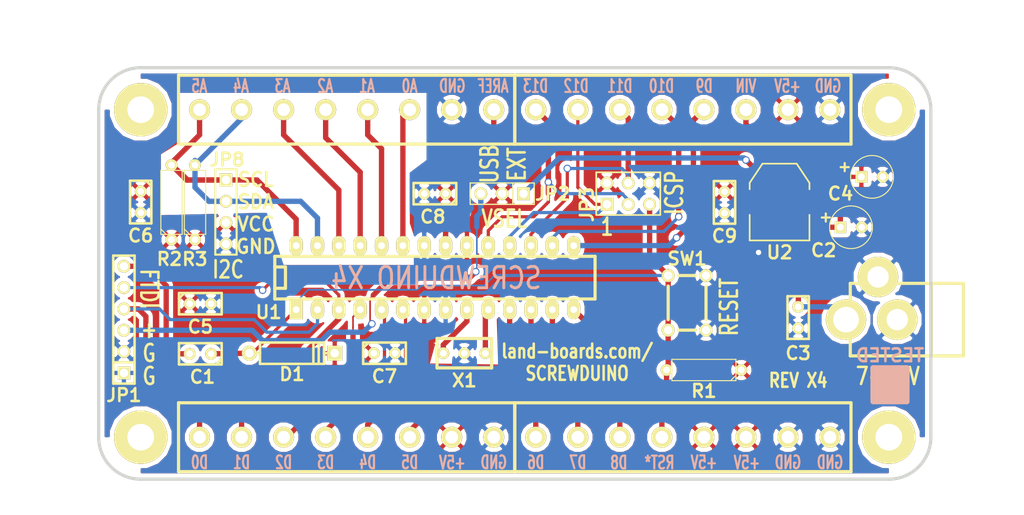
<source format=kicad_pcb>
(kicad_pcb (version 4) (host pcbnew "(after 2015-mar-04 BZR unknown)-product")
  (title_block (title "SCREWDUINO V2") (date "24 aug 2014"))
  (layers (0 Front power) (31 Back power) (36 B.SilkS user) (37 F.SilkS user) (38 B.Mask user) (39 F.Mask user) (44 Edge.Cuts user))
  (net 0 "")
  (net 1 +5V)
  (net 2 /AD0)
  (net 3 /AD1)
  (net 4 /AD2)
  (net 5 /AD3)
  (net 6 /AREF)
  (net 7 /CX1)
  (net 8 /CX2)
  (net 9 /D0)
  (net 10 /D1)
  (net 11 /D10)
  (net 12 /D11)
  (net 13 /D12)
  (net 14 /D13)
  (net 15 /D2)
  (net 16 /D3)
  (net 17 /D4)
  (net 18 /D5)
  (net 19 /D6)
  (net 20 /D7)
  (net 21 /D8)
  (net 22 /D9)
  (net 23 /DTR*)
  (net 24 /RST*)
  (net 25 /SCK)
  (net 26 /SDA)
  (net 27 /VIN)
  (net 28 /VUSB)
  (net 29 GND)
  (net 30 N-0000026)
  (module D4 (layer Front) (at 110.474 113.34)
    (fp_text reference D1 (at 0 2.5) (layer F.SilkS) (effects (font (thickness 0.3048))))
    (fp_text value 1N4001 hide)
    (pad 1 thru_hole circle (at -5.08 0) (size 1.778 1.778) (drill 1.016) (layers *.Cu *.Mask F.SilkS) (net 24 /RST*))
    (pad 2 thru_hole rect (at 5.08 0) (size 1.778 1.778) (drill 1.016) (layers *.Cu *.Mask F.SilkS) (net 1 +5V))
  )
  (module DIP-28__300_ELL (layer Front) (at 127.474 104.34)
    (fp_text reference U1 (at -19.778 4.118) (layer F.SilkS) (effects (font (thickness 0.3048))))
    (fp_text value ATMEGA328-P hide)
    (pad 2 thru_hole oval (at -13.97 3.81) (size 1.5748 2.286) (drill 0.8128) (layers *.Cu *.Mask F.SilkS) (net 9 /D0))
    (pad 3 thru_hole oval (at -11.43 3.81) (size 1.5748 2.286) (drill 0.8128) (layers *.Cu *.Mask F.SilkS) (net 10 /D1))
    (pad 4 thru_hole oval (at -8.89 3.81) (size 1.5748 2.286) (drill 0.8128) (layers *.Cu *.Mask F.SilkS) (net 15 /D2))
    (pad 5 thru_hole oval (at -6.35 3.81) (size 1.5748 2.286) (drill 0.8128) (layers *.Cu *.Mask F.SilkS) (net 16 /D3))
    (pad 6 thru_hole oval (at -3.81 3.81) (size 1.5748 2.286) (drill 0.8128) (layers *.Cu *.Mask F.SilkS) (net 17 /D4))
    (pad 7 thru_hole oval (at -1.27 3.81) (size 1.5748 2.286) (drill 0.8128) (layers *.Cu *.Mask F.SilkS) (net 1 +5V))
    (pad 8 thru_hole oval (at 1.27 3.81) (size 1.5748 2.286) (drill 0.8128) (layers *.Cu *.Mask F.SilkS) (net 29 GND))
    (pad 9 thru_hole oval (at 3.81 3.81) (size 1.5748 2.286) (drill 0.8128) (layers *.Cu *.Mask F.SilkS) (net 8 /CX2))
    (pad 10 thru_hole oval (at 6.35 3.81) (size 1.5748 2.286) (drill 0.8128) (layers *.Cu *.Mask F.SilkS) (net 7 /CX1))
    (pad 11 thru_hole oval (at 8.89 3.81) (size 1.5748 2.286) (drill 0.8128) (layers *.Cu *.Mask F.SilkS) (net 18 /D5))
    (pad 12 thru_hole oval (at 11.43 3.81) (size 1.5748 2.286) (drill 0.8128) (layers *.Cu *.Mask F.SilkS) (net 19 /D6))
    (pad 13 thru_hole oval (at 13.97 3.81) (size 1.5748 2.286) (drill 0.8128) (layers *.Cu *.Mask F.SilkS) (net 20 /D7))
    (pad 14 thru_hole oval (at 16.51 3.81) (size 1.5748 2.286) (drill 0.8128) (layers *.Cu *.Mask F.SilkS) (net 21 /D8))
    (pad 1 thru_hole rect (at -16.51 3.81) (size 1.5748 2.286) (drill 0.8128) (layers *.Cu *.Mask F.SilkS) (net 24 /RST*))
    (pad 15 thru_hole oval (at 16.51 -3.81) (size 1.5748 2.286) (drill 0.8128) (layers *.Cu *.Mask F.SilkS) (net 22 /D9))
    (pad 16 thru_hole oval (at 13.97 -3.81) (size 1.5748 2.286) (drill 0.8128) (layers *.Cu *.Mask F.SilkS) (net 11 /D10))
    (pad 17 thru_hole oval (at 11.43 -3.81) (size 1.5748 2.286) (drill 0.8128) (layers *.Cu *.Mask F.SilkS) (net 12 /D11))
    (pad 18 thru_hole oval (at 8.89 -3.81) (size 1.5748 2.286) (drill 0.8128) (layers *.Cu *.Mask F.SilkS) (net 13 /D12))
    (pad 19 thru_hole oval (at 6.35 -3.81) (size 1.5748 2.286) (drill 0.8128) (layers *.Cu *.Mask F.SilkS) (net 14 /D13))
    (pad 20 thru_hole oval (at 3.81 -3.81) (size 1.5748 2.286) (drill 0.8128) (layers *.Cu *.Mask F.SilkS) (net 1 +5V))
    (pad 21 thru_hole oval (at 1.27 -3.81) (size 1.5748 2.286) (drill 0.8128) (layers *.Cu *.Mask F.SilkS) (net 6 /AREF))
    (pad 22 thru_hole oval (at -1.27 -3.81) (size 1.5748 2.286) (drill 0.8128) (layers *.Cu *.Mask F.SilkS) (net 29 GND))
    (pad 23 thru_hole oval (at -3.81 -3.81) (size 1.5748 2.286) (drill 0.8128) (layers *.Cu *.Mask F.SilkS) (net 2 /AD0))
    (pad 24 thru_hole oval (at -6.35 -3.81) (size 1.5748 2.286) (drill 0.8128) (layers *.Cu *.Mask F.SilkS) (net 3 /AD1))
    (pad 25 thru_hole oval (at -8.89 -3.81) (size 1.5748 2.286) (drill 0.8128) (layers *.Cu *.Mask F.SilkS) (net 4 /AD2))
    (pad 26 thru_hole oval (at -11.43 -3.81) (size 1.5748 2.286) (drill 0.8128) (layers *.Cu *.Mask F.SilkS) (net 5 /AD3))
    (pad 27 thru_hole oval (at -13.97 -3.81) (size 1.5748 2.286) (drill 0.8128) (layers *.Cu *.Mask F.SilkS) (net 26 /SDA))
    (pad 28 thru_hole oval (at -16.51 -3.81) (size 1.5748 2.286) (drill 0.8128) (layers *.Cu *.Mask F.SilkS) (net 25 /SCK))
  )
  (module R3-5 (layer Front) (at 98.933 95.377 90)
    (fp_text reference R3 (at -6.768 -0.017 180) (layer F.SilkS) (effects (font (thickness 0.3048))))
    (fp_text value 10K hide)
    (pad 1 thru_hole circle (at -4.445 0 90) (size 1.397 1.397) (drill 0.8128) (layers *.Cu *.Mask F.SilkS) (net 1 +5V))
    (pad 2 thru_hole circle (at 4.445 0 90) (size 1.397 1.397) (drill 0.8128) (layers *.Cu *.Mask F.SilkS) (net 26 /SDA))
  )
  (module R3-5 (layer Front) (at 96.139 95.377 90)
    (fp_text reference R2 (at -6.75 -0.25 180) (layer F.SilkS) (effects (font (thickness 0.3048))))
    (fp_text value 10K hide)
    (pad 1 thru_hole circle (at -4.445 0 90) (size 1.397 1.397) (drill 0.8128) (layers *.Cu *.Mask F.SilkS) (net 1 +5V))
    (pad 2 thru_hole circle (at 4.445 0 90) (size 1.397 1.397) (drill 0.8128) (layers *.Cu *.Mask F.SilkS) (net 25 /SCK))
  )
  (module R3-5 (layer Front) (at 159.474 115.34 180)
    (fp_text reference R1 (at 0 -2.5 180) (layer F.SilkS) (effects (font (thickness 0.3048))))
    (fp_text value 10K hide)
    (pad 1 thru_hole circle (at -4.445 0 180) (size 1.397 1.397) (drill 0.8128) (layers *.Cu *.Mask F.SilkS) (net 1 +5V))
    (pad 2 thru_hole circle (at 4.445 0 180) (size 1.397 1.397) (drill 0.8128) (layers *.Cu *.Mask F.SilkS) (net 24 /RST*))
  )
  (module SOT223 (layer Front) (at 168.474 95.34)
    (fp_text reference U2 (at 0 6) (layer F.SilkS) (effects (font (thickness 0.3048))))
    (fp_text value AP1117 hide)
    (pad 4 smd rect (at 0 -3.302) (size 3.6576 2.032) (layers Front F.Mask) (net 30 N-0000026))
    (pad 2 smd rect (at 0 3.302) (size 1.016 2.032) (layers Front F.Mask) (net 30 N-0000026))
    (pad 3 smd rect (at 2.286 3.302) (size 1.016 2.032) (layers Front F.Mask) (net 27 /VIN))
    (pad 1 smd rect (at -2.286 3.302) (size 1.016 2.032) (layers Front F.Mask) (net 29 GND))
  )
  (module pin_array_3x2 (layer Front) (at 150.474 94.34)
    (fp_text reference JP3 (at -4.932 1.291 90) (layer F.SilkS) (effects (font (thickness 0.3048))))
    (fp_text value CONN_3X2 hide)
    (pad 1 thru_hole rect (at -2.54 1.27) (size 1.524 1.524) (drill 1.016) (layers *.Cu *.Mask F.SilkS) (net 13 /D12))
    (pad 2 thru_hole circle (at -2.54 -1.27) (size 1.524 1.524) (drill 1.016) (layers *.Cu *.Mask F.SilkS) (net 1 +5V))
    (pad 3 thru_hole circle (at 0 1.27) (size 1.524 1.524) (drill 1.016) (layers *.Cu *.Mask F.SilkS) (net 14 /D13))
    (pad 4 thru_hole circle (at 0 -1.27) (size 1.524 1.524) (drill 1.016) (layers *.Cu *.Mask F.SilkS) (net 12 /D11))
    (pad 5 thru_hole circle (at 2.54 1.27) (size 1.524 1.524) (drill 1.016) (layers *.Cu *.Mask F.SilkS) (net 24 /RST*))
    (pad 6 thru_hole circle (at 2.54 -1.27) (size 1.524 1.524) (drill 1.016) (layers *.Cu *.Mask F.SilkS) (net 29 GND))
  )
  (module C1V5 (layer Front) (at 179.474 92.34)
    (fp_text reference C4 (at -3.75 2) (layer F.SilkS) (effects (font (thickness 0.3048))))
    (fp_text value 10uF hide)
    (fp_text user + (at -3.25 -1.25) (layer F.SilkS) (effects (font (size 1.27 1.27) (thickness 0.254))))
    (pad 1 thru_hole rect (at -1.27 0) (size 1.397 1.397) (drill 0.8128) (layers *.Cu *.Mask F.SilkS) (net 1 +5V))
    (pad 2 thru_hole circle (at 1.27 0) (size 1.397 1.397) (drill 0.8128) (layers *.Cu *.Mask F.SilkS) (net 29 GND))
  )
  (module C1V5 (layer Front) (at 176.974 98.34)
    (fp_text reference C2 (at -3.25 2.75) (layer F.SilkS) (effects (font (thickness 0.3048))))
    (fp_text value 10uF hide)
    (fp_text user + (at -3 -1.25) (layer F.SilkS) (effects (font (size 1.27 1.27) (thickness 0.254))))
    (pad 1 thru_hole rect (at -1.27 0) (size 1.397 1.397) (drill 0.8128) (layers *.Cu *.Mask F.SilkS) (net 27 /VIN))
    (pad 2 thru_hole circle (at 1.27 0) (size 1.397 1.397) (drill 0.8128) (layers *.Cu *.Mask F.SilkS) (net 29 GND))
  )
  (module C1 (layer Front) (at 161.925 95.377 270)
    (fp_text reference C9 (at 4 0 360) (layer F.SilkS) (effects (font (thickness 0.3048))))
    (fp_text value 0.1uF hide)
    (pad 1 thru_hole circle (at -1.27 0 270) (size 1.397 1.397) (drill 0.8128) (layers *.Cu *.Mask F.SilkS) (net 1 +5V))
    (pad 2 thru_hole circle (at 1.27 0 270) (size 1.397 1.397) (drill 0.8128) (layers *.Cu *.Mask F.SilkS) (net 29 GND))
  )
  (module C1 (layer Front) (at 127.474 94.34 180)
    (fp_text reference C8 (at 0.25 -2.75 180) (layer F.SilkS) (effects (font (thickness 0.3048))))
    (fp_text value 0.1uF hide)
    (pad 1 thru_hole circle (at -1.27 0 180) (size 1.397 1.397) (drill 0.8128) (layers *.Cu *.Mask F.SilkS) (net 1 +5V))
    (pad 2 thru_hole circle (at 1.27 0 180) (size 1.397 1.397) (drill 0.8128) (layers *.Cu *.Mask F.SilkS) (net 29 GND))
  )
  (module C1 (layer Front) (at 99.568 113.411 180)
    (fp_text reference C1 (at -0.25 -2.75 180) (layer F.SilkS) (effects (font (thickness 0.3048))))
    (fp_text value 0.1uF hide)
    (pad 1 thru_hole circle (at -1.27 0 180) (size 1.397 1.397) (drill 0.8128) (layers *.Cu *.Mask F.SilkS) (net 24 /RST*))
    (pad 2 thru_hole circle (at 1.27 0 180) (size 1.397 1.397) (drill 0.8128) (layers *.Cu *.Mask F.SilkS) (net 23 /DTR*))
  )
  (module C1 (layer Front) (at 121.474 113.34)
    (fp_text reference C7 (at 0 2.75) (layer F.SilkS) (effects (font (thickness 0.3048))))
    (fp_text value 0.1uF hide)
    (pad 1 thru_hole circle (at -1.27 0) (size 1.397 1.397) (drill 0.8128) (layers *.Cu *.Mask F.SilkS) (net 1 +5V))
    (pad 2 thru_hole circle (at 1.27 0) (size 1.397 1.397) (drill 0.8128) (layers *.Cu *.Mask F.SilkS) (net 29 GND))
  )
  (module C1 (layer Front) (at 92.474 95.34 270)
    (fp_text reference C6 (at 4 0 360) (layer F.SilkS) (effects (font (thickness 0.3048))))
    (fp_text value 0.1uF hide)
    (pad 1 thru_hole circle (at -1.27 0 270) (size 1.397 1.397) (drill 0.8128) (layers *.Cu *.Mask F.SilkS) (net 1 +5V))
    (pad 2 thru_hole circle (at 1.27 0 270) (size 1.397 1.397) (drill 0.8128) (layers *.Cu *.Mask F.SilkS) (net 29 GND))
  )
  (module C1 (layer Front) (at 99.568 107.442)
    (fp_text reference C5 (at 0 2.75) (layer F.SilkS) (effects (font (thickness 0.3048))))
    (fp_text value 0.1uF hide)
    (pad 1 thru_hole circle (at -1.27 0) (size 1.397 1.397) (drill 0.8128) (layers *.Cu *.Mask F.SilkS) (net 1 +5V))
    (pad 2 thru_hole circle (at 1.27 0) (size 1.397 1.397) (drill 0.8128) (layers *.Cu *.Mask F.SilkS) (net 29 GND))
  )
  (module C1 (layer Front) (at 170.688 109.093 270)
    (fp_text reference C3 (at 4.25 0 360) (layer F.SilkS) (effects (font (thickness 0.3048))))
    (fp_text value 0,1uF hide)
    (pad 1 thru_hole circle (at -1.27 0 270) (size 1.397 1.397) (drill 0.8128) (layers *.Cu *.Mask F.SilkS) (net 27 /VIN))
    (pad 2 thru_hole circle (at 1.27 0 270) (size 1.397 1.397) (drill 0.8128) (layers *.Cu *.Mask F.SilkS) (net 29 GND))
  )
  (module TB8-5MM (layer Front) (at 134.474 123.34 180)
    (fp_text reference JP7 hide)
    (fp_text value CONN_8 hide)
    (pad 1 thru_hole circle (at 0 0 180) (size 2.49936 2.49936) (drill 1.50114) (layers *.Cu *.Mask F.SilkS) (net 29 GND))
    (pad 2 thru_hole circle (at 5.00126 0 180) (size 2.49936 2.49936) (drill 1.50114) (layers *.Cu *.Mask F.SilkS) (net 1 +5V))
    (pad 3 thru_hole circle (at 9.99998 0 180) (size 2.49936 2.49936) (drill 1.50114) (layers *.Cu *.Mask F.SilkS) (net 18 /D5))
    (pad 4 thru_hole circle (at 15.00124 0 180) (size 2.49936 2.49936) (drill 1.50114) (layers *.Cu *.Mask F.SilkS) (net 17 /D4))
    (pad 5 thru_hole circle (at 19.99996 0 180) (size 2.49936 2.49936) (drill 1.50114) (layers *.Cu *.Mask F.SilkS) (net 16 /D3))
    (pad 6 thru_hole circle (at 25.00122 0 180) (size 2.49936 2.49936) (drill 1.50114) (layers *.Cu *.Mask F.SilkS) (net 15 /D2))
    (pad 7 thru_hole circle (at 29.99994 0 180) (size 2.49936 2.49936) (drill 1.50114) (layers *.Cu *.Mask F.SilkS) (net 10 /D1))
    (pad 8 thru_hole circle (at 35.0012 0 180) (size 2.49936 2.49936) (drill 1.50114) (layers *.Cu *.Mask F.SilkS) (net 9 /D0))
  )
  (module TB8-5MM (layer Front) (at 139.474 84.34)
    (fp_text reference JP6 hide)
    (fp_text value CONN_8 hide)
    (pad 1 thru_hole circle (at 0 0) (size 2.49936 2.49936) (drill 1.50114) (layers *.Cu *.Mask F.SilkS) (net 14 /D13))
    (pad 2 thru_hole circle (at 5.00126 0) (size 2.49936 2.49936) (drill 1.50114) (layers *.Cu *.Mask F.SilkS) (net 13 /D12))
    (pad 3 thru_hole circle (at 9.99998 0) (size 2.49936 2.49936) (drill 1.50114) (layers *.Cu *.Mask F.SilkS) (net 12 /D11))
    (pad 4 thru_hole circle (at 15.00124 0) (size 2.49936 2.49936) (drill 1.50114) (layers *.Cu *.Mask F.SilkS) (net 11 /D10))
    (pad 5 thru_hole circle (at 19.99996 0) (size 2.49936 2.49936) (drill 1.50114) (layers *.Cu *.Mask F.SilkS) (net 22 /D9))
    (pad 6 thru_hole circle (at 25.00122 0) (size 2.49936 2.49936) (drill 1.50114) (layers *.Cu *.Mask F.SilkS) (net 27 /VIN))
    (pad 7 thru_hole circle (at 29.99994 0) (size 2.49936 2.49936) (drill 1.50114) (layers *.Cu *.Mask F.SilkS) (net 1 +5V))
    (pad 8 thru_hole circle (at 35.0012 0) (size 2.49936 2.49936) (drill 1.50114) (layers *.Cu *.Mask F.SilkS) (net 29 GND))
  )
  (module TB8-5MM (layer Front) (at 99.474 84.34)
    (fp_text reference JP5 hide)
    (fp_text value CONN_8 hide)
    (pad 1 thru_hole circle (at 0 0) (size 2.49936 2.49936) (drill 1.50114) (layers *.Cu *.Mask F.SilkS) (net 25 /SCK))
    (pad 2 thru_hole circle (at 5.00126 0) (size 2.49936 2.49936) (drill 1.50114) (layers *.Cu *.Mask F.SilkS) (net 26 /SDA))
    (pad 3 thru_hole circle (at 9.99998 0) (size 2.49936 2.49936) (drill 1.50114) (layers *.Cu *.Mask F.SilkS) (net 5 /AD3))
    (pad 4 thru_hole circle (at 15.00124 0) (size 2.49936 2.49936) (drill 1.50114) (layers *.Cu *.Mask F.SilkS) (net 4 /AD2))
    (pad 5 thru_hole circle (at 19.99996 0) (size 2.49936 2.49936) (drill 1.50114) (layers *.Cu *.Mask F.SilkS) (net 3 /AD1))
    (pad 6 thru_hole circle (at 25.00122 0) (size 2.49936 2.49936) (drill 1.50114) (layers *.Cu *.Mask F.SilkS) (net 2 /AD0))
    (pad 7 thru_hole circle (at 29.99994 0) (size 2.49936 2.49936) (drill 1.50114) (layers *.Cu *.Mask F.SilkS) (net 29 GND))
    (pad 8 thru_hole circle (at 35.0012 0) (size 2.49936 2.49936) (drill 1.50114) (layers *.Cu *.Mask F.SilkS) (net 6 /AREF))
  )
  (module TB8-5MM (layer Front) (at 174.474 123.34 180)
    (fp_text reference JP4 hide)
    (fp_text value CONN_8 hide)
    (pad 1 thru_hole circle (at 0 0 180) (size 2.49936 2.49936) (drill 1.50114) (layers *.Cu *.Mask F.SilkS) (net 29 GND))
    (pad 2 thru_hole circle (at 5.00126 0 180) (size 2.49936 2.49936) (drill 1.50114) (layers *.Cu *.Mask F.SilkS) (net 29 GND))
    (pad 3 thru_hole circle (at 9.99998 0 180) (size 2.49936 2.49936) (drill 1.50114) (layers *.Cu *.Mask F.SilkS) (net 1 +5V))
    (pad 4 thru_hole circle (at 15.00124 0 180) (size 2.49936 2.49936) (drill 1.50114) (layers *.Cu *.Mask F.SilkS) (net 1 +5V))
    (pad 5 thru_hole circle (at 19.99996 0 180) (size 2.49936 2.49936) (drill 1.50114) (layers *.Cu *.Mask F.SilkS) (net 24 /RST*))
    (pad 6 thru_hole circle (at 25.00122 0 180) (size 2.49936 2.49936) (drill 1.50114) (layers *.Cu *.Mask F.SilkS) (net 21 /D8))
    (pad 7 thru_hole circle (at 29.99994 0 180) (size 2.49936 2.49936) (drill 1.50114) (layers *.Cu *.Mask F.SilkS) (net 20 /D7))
    (pad 8 thru_hole circle (at 35.0012 0 180) (size 2.49936 2.49936) (drill 1.50114) (layers *.Cu *.Mask F.SilkS) (net 19 /D6))
  )
  (module PIN_ARRAY-6X1 (layer Front) (at 90.474 109.34 90)
    (fp_text reference JP1 (at -9 0 180) (layer F.SilkS) (effects (font (thickness 0.3048))))
    (fp_text value CONN_6 hide)
    (pad 1 thru_hole rect (at -6.35 0 90) (size 1.524 1.524) (drill 1.016) (layers *.Cu *.Mask F.SilkS) (net 29 GND))
    (pad 2 thru_hole circle (at -3.81 0 90) (size 1.524 1.524) (drill 1.016) (layers *.Cu *.Mask F.SilkS) (net 29 GND))
    (pad 3 thru_hole circle (at -1.27 0 90) (size 1.524 1.524) (drill 1.016) (layers *.Cu *.Mask F.SilkS) (net 28 /VUSB))
    (pad 4 thru_hole circle (at 1.27 0 90) (size 1.524 1.524) (drill 1.016) (layers *.Cu *.Mask F.SilkS) (net 9 /D0))
    (pad 5 thru_hole circle (at 3.81 0 90) (size 1.524 1.524) (drill 1.016) (layers *.Cu *.Mask F.SilkS) (net 10 /D1))
    (pad 6 thru_hole circle (at 6.35 0 90) (size 1.524 1.524) (drill 1.016) (layers *.Cu *.Mask F.SilkS) (net 23 /DTR*))
  )
  (module PIN_ARRAY_4x1 (layer Front) (at 102.616 96.52 270)
    (fp_text reference JP8 (at -6.223 -0.127 360) (layer F.SilkS) (effects (font (thickness 0.3048))))
    (fp_text value CONN_4 hide)
    (pad 1 thru_hole rect (at -3.81 0 270) (size 1.524 1.524) (drill 1.016) (layers *.Cu *.Mask F.SilkS) (net 25 /SCK))
    (pad 2 thru_hole circle (at -1.27 0 270) (size 1.524 1.524) (drill 1.016) (layers *.Cu *.Mask F.SilkS) (net 26 /SDA))
    (pad 3 thru_hole circle (at 1.27 0 270) (size 1.524 1.524) (drill 1.016) (layers *.Cu *.Mask F.SilkS) (net 1 +5V))
    (pad 4 thru_hole circle (at 3.81 0 270) (size 1.524 1.524) (drill 1.016) (layers *.Cu *.Mask F.SilkS) (net 29 GND))
  )
  (module SW-PB-6MM (layer Front) (at 157.474 107.34 90)
    (fp_text reference SW1 (at 5.25 0 180) (layer F.SilkS) (effects (font (thickness 0.3048))))
    (fp_text value SW_PUSH_OMRON hide)
    (pad 2 thru_hole circle (at 3.2512 -2.25044 90) (size 1.5494 1.5494) (drill 1.00076) (layers *.Cu *.Mask F.SilkS) (net 24 /RST*))
    (pad 4 thru_hole circle (at 3.2512 2.25044 90) (size 1.5494 1.5494) (drill 1.00076) (layers *.Cu *.Mask F.SilkS) (net 29 GND))
    (pad 1 thru_hole circle (at -3.2512 -2.25044 90) (size 1.5494 1.5494) (drill 1.00076) (layers *.Cu *.Mask F.SilkS) (net 24 /RST*))
    (pad 3 thru_hole circle (at -3.2512 2.25044 90) (size 1.5494 1.5494) (drill 1.00076) (layers *.Cu *.Mask F.SilkS) (net 29 GND))
  )
  (module RESON_3PIN (layer Front) (at 130.974 113.34 90)
    (fp_text reference X1 (at -3.25 0 180) (layer F.SilkS) (effects (font (thickness 0.3048))))
    (fp_text value 16MHz hide)
    (pad 3 thru_hole circle (at 0 -2.49936 180) (size 1.397 1.397) (drill 0.8128) (layers *.Cu *.Mask F.SilkS) (net 8 /CX2))
    (pad 1 thru_hole circle (at 0 2.49936 180) (size 1.397 1.397) (drill 0.8128) (layers *.Cu *.Mask F.SilkS) (net 7 /CX1))
    (pad 2 thru_hole circle (at 0 0 180) (size 1.397 1.397) (drill 0.8128) (layers *.Cu *.Mask F.SilkS) (net 29 GND))
  )
  (module JACK_2.1MM (layer Front) (at 182.474 109.34 180)
    (fp_text reference K1 hide)
    (fp_text value JACK-3.5MM hide)
    (pad 2 thru_hole circle (at 0 0 180) (size 4.8006 4.8006) (drill 2.54) (layers *.Cu *.Mask F.SilkS) (net 29 GND))
    (pad 1 thru_hole circle (at 6.096 0 180) (size 4.8006 4.8006) (drill 3.048) (layers *.Cu *.Mask F.SilkS) (net 27 /VIN))
    (pad 3 thru_hole circle (at 2.286 5.08 180) (size 4.8006 4.8006) (drill 2.54) (layers *.Cu *.Mask F.SilkS) (net 29 GND))
  )
  (module PIN_ARRAY_3X1 (layer Front) (at 135.474 94.34 180)
    (fp_text reference JP2 (at -6.004 -0.021 180) (layer F.SilkS) (effects (font (thickness 0.3048))))
    (fp_text value CONN_3 hide)
    (pad 1 thru_hole rect (at -2.54 0 180) (size 1.524 1.524) (drill 1.016) (layers *.Cu *.Mask F.SilkS) (net 30 N-0000026))
    (pad 2 thru_hole circle (at 0 0 180) (size 1.524 1.524) (drill 1.016) (layers *.Cu *.Mask F.SilkS) (net 1 +5V))
    (pad 3 thru_hole circle (at 2.54 0 180) (size 1.524 1.524) (drill 1.016) (layers *.Cu *.Mask F.SilkS) (net 28 /VUSB))
  )
  (module MTG-4-40 (layer Front) (at 92.474 84.34)
    (fp_text reference MTG4 hide)
    (fp_text value CONN_1 hide)
    (pad 1 thru_hole circle (at 0 0) (size 6.35 6.35) (drill 3.175) (layers *.Cu *.Mask F.SilkS))
  )
  (module MTG-4-40 (layer Front) (at 92.474 123.34)
    (fp_text reference MTG3 hide)
    (fp_text value CONN_1 hide)
    (pad 1 thru_hole circle (at 0 0) (size 6.35 6.35) (drill 3.175) (layers *.Cu *.Mask F.SilkS))
  )
  (module MTG-4-40 (layer Front) (at 181.474 84.34)
    (fp_text reference MTG2 hide)
    (fp_text value CONN_1 hide)
    (pad 1 thru_hole circle (at 0 0) (size 6.35 6.35) (drill 3.175) (layers *.Cu *.Mask F.SilkS))
  )
  (module MTG-4-40 (layer Front) (at 181.474 123.34)
    (fp_text reference MTG1 hide)
    (fp_text value CONN_1 hide)
    (pad 1 thru_hole circle (at 0 0) (size 6.35 6.35) (drill 3.175) (layers *.Cu *.Mask F.SilkS))
  )
  (module DougsNewMods:TEST_BLK-REAR (layer Front) (at 181.61 117.094)
    (fp_text reference TESTED (at 0 -3.5) (layer B.SilkS) (effects (font (thickness 0.3048)) (justify mirror)))
    (fp_text value VAL** hide)
  )
  (gr_text "REV X4" (at 170.688 116.586) (layer F.SilkS) (effects (font (size 1.651 1.27) (thickness 0.3048))))
  (gr_text FTDI (at 93.472 105.664 270) (layer F.SilkS) (effects (font (size 2.032 1.524) (thickness 0.3048))))
  (gr_text 7-12V (at 181.356 116.078) (layer F.SilkS) (effects (font (size 2.032 1.524) (thickness 0.3048))))
  (gr_text I2C (at 102.87 103.378) (layer F.SilkS) (effects (font (size 2.032 1.524) (thickness 0.3048))))
  (gr_text 1 (at 147.955 98.298) (layer F.SilkS) (effects (font (size 2.032 1.524) (thickness 0.3048))))
  (gr_text EXT (at 137.224 90.84 90) (layer F.SilkS) (effects (font (size 2.032 1.524) (thickness 0.3048))))
  (gr_text USB (at 133.985 90.805 90) (layer F.SilkS) (effects (font (size 2.032 1.524) (thickness 0.3048))))
  (gr_text VSEL (at 135.724 97.34) (layer F.SilkS) (effects (font (size 2.032 1.524) (thickness 0.3048))))
  (gr_text RESET (at 162.474 107.84 90) (layer F.SilkS) (effects (font (size 2.032 1.524) (thickness 0.3048))))
  (gr_text "land-boards.com/\nSCREWDUINO" (at 144.399 114.427) (layer F.SilkS) (effects (font (size 1.651 1.27) (thickness 0.3048))))
  (gr_line (start 92.474 79.34) (end 181.474 79.34) (angle 90) (layer Edge.Cuts) (width 0.381))
  (gr_line (start 87.474 123.34) (end 87.474 84.34) (angle 90) (layer Edge.Cuts) (width 0.381))
  (gr_line (start 181.474 128.34) (end 92.474 128.34) (angle 90) (layer Edge.Cuts) (width 0.381))
  (gr_line (start 186.474 84.34) (end 186.474 123.34) (angle 90) (layer Edge.Cuts) (width 0.381))
  (gr_arc (start 92.474 123.34) (end 92.474 128.34) (angle 90) (layer Edge.Cuts) (width 0.381))
  (gr_arc (start 181.474 123.34) (end 186.474 123.34) (angle 90) (layer Edge.Cuts) (width 0.381))
  (gr_arc (start 181.474 84.34) (end 181.474 79.34) (angle 90) (layer Edge.Cuts) (width 0.381))
  (gr_arc (start 92.474 84.34) (end 87.474 84.34) (angle 90) (layer Edge.Cuts) (width 0.381))
  (gr_text "SCREWDUINO X4" (at 127.635 104.394) (layer B.SilkS) (effects (font (size 2.54 2.032) (thickness 0.3429)) (justify mirror)))
  (gr_text GND (at 174.244 81.534) (layer B.SilkS) (effects (font (size 1.524 1.016) (thickness 0.254)) (justify mirror)))
  (gr_text +5V (at 169.418 81.534) (layer B.SilkS) (effects (font (size 1.524 1.016) (thickness 0.254)) (justify mirror)))
  (gr_text VIN (at 164.465 81.534) (layer B.SilkS) (effects (font (size 1.524 1.016) (thickness 0.254)) (justify mirror)))
  (gr_text D9 (at 159.512 81.534) (layer B.SilkS) (effects (font (size 1.524 1.016) (thickness 0.254)) (justify mirror)))
  (gr_text D10 (at 154.432 81.534) (layer B.SilkS) (effects (font (size 1.524 1.016) (thickness 0.254)) (justify mirror)))
  (gr_text D11 (at 149.479 81.534) (layer B.SilkS) (effects (font (size 1.524 1.016) (thickness 0.254)) (justify mirror)))
  (gr_text D12 (at 144.272 81.534) (layer B.SilkS) (effects (font (size 1.524 1.016) (thickness 0.254)) (justify mirror)))
  (gr_text D13 (at 139.446 81.534) (layer B.SilkS) (effects (font (size 1.524 1.016) (thickness 0.254)) (justify mirror)))
  (gr_text AREF (at 134.366 81.534) (layer B.SilkS) (effects (font (size 1.524 1.016) (thickness 0.254)) (justify mirror)))
  (gr_text GND (at 129.54 81.534) (layer B.SilkS) (effects (font (size 1.524 1.016) (thickness 0.254)) (justify mirror)))
  (gr_text A0 (at 124.46 81.534) (layer B.SilkS) (effects (font (size 1.524 1.016) (thickness 0.254)) (justify mirror)))
  (gr_text A1 (at 119.38 81.534) (layer B.SilkS) (effects (font (size 1.524 1.016) (thickness 0.254)) (justify mirror)))
  (gr_text A2 (at 114.427 81.534) (layer B.SilkS) (effects (font (size 1.524 1.016) (thickness 0.254)) (justify mirror)))
  (gr_text A3 (at 109.347 81.534) (layer B.SilkS) (effects (font (size 1.524 1.016) (thickness 0.254)) (justify mirror)))
  (gr_text A4 (at 104.394 81.534) (layer B.SilkS) (effects (font (size 1.524 1.016) (thickness 0.254)) (justify mirror)))
  (gr_text A5 (at 99.441 81.534) (layer B.SilkS) (effects (font (size 1.524 1.016) (thickness 0.254)) (justify mirror)))
  (gr_text GND (at 174.474 126.34) (layer B.SilkS) (effects (font (size 1.524 1.016) (thickness 0.254)) (justify mirror)))
  (gr_text GND (at 169.474 126.34) (layer B.SilkS) (effects (font (size 1.524 1.016) (thickness 0.254)) (justify mirror)))
  (gr_text +5V (at 164.592 126.365) (layer B.SilkS) (effects (font (size 1.524 1.016) (thickness 0.254)) (justify mirror)))
  (gr_text +5V (at 159.474 126.34) (layer B.SilkS) (effects (font (size 1.524 1.016) (thickness 0.254)) (justify mirror)))
  (gr_text RST* (at 154.178 126.365) (layer B.SilkS) (effects (font (size 1.524 1.016) (thickness 0.254)) (justify mirror)))
  (gr_text D8 (at 149.352 126.365) (layer B.SilkS) (effects (font (size 1.524 1.016) (thickness 0.254)) (justify mirror)))
  (gr_text D7 (at 144.474 126.34) (layer B.SilkS) (effects (font (size 1.524 1.016) (thickness 0.254)) (justify mirror)))
  (gr_text D6 (at 139.474 126.34) (layer B.SilkS) (effects (font (size 1.524 1.016) (thickness 0.254)) (justify mirror)))
  (gr_text GND (at 134.474 126.34) (layer B.SilkS) (effects (font (size 1.524 1.016) (thickness 0.254)) (justify mirror)))
  (gr_text +5V (at 129.54 126.365) (layer B.SilkS) (effects (font (size 1.524 1.016) (thickness 0.254)) (justify mirror)))
  (gr_text D5 (at 124.474 126.34) (layer B.SilkS) (effects (font (size 1.524 1.016) (thickness 0.254)) (justify mirror)))
  (gr_text D4 (at 119.474 126.34) (layer B.SilkS) (effects (font (size 1.524 1.016) (thickness 0.254)) (justify mirror)))
  (gr_text D3 (at 114.474 126.34) (layer B.SilkS) (effects (font (size 1.524 1.016) (thickness 0.254)) (justify mirror)))
  (gr_text D2 (at 109.474 126.34) (layer B.SilkS) (effects (font (size 1.524 1.016) (thickness 0.254)) (justify mirror)))
  (gr_text D1 (at 104.474 126.34) (layer B.SilkS) (effects (font (size 1.524 1.016) (thickness 0.254)) (justify mirror)))
  (gr_text D0 (at 99.474 126.34) (layer B.SilkS) (effects (font (size 1.524 1.016) (thickness 0.254)) (justify mirror)))
  (gr_text + (at 93.472 110.49) (layer F.SilkS) (effects (font (size 2.032 1.524) (thickness 0.3048))))
  (gr_text G (at 93.474 113.34) (layer F.SilkS) (effects (font (size 2.032 1.524) (thickness 0.3048))))
  (gr_text G (at 93.472 116.078) (layer F.SilkS) (effects (font (size 2.032 1.524) (thickness 0.3048))))
  (gr_text "SCL\nSDA\nVCC\nGND" (at 106.172 96.647) (layer F.SilkS) (effects (font (size 1.651 1.524) (thickness 0.3048))))
  (gr_text ICSP (at 155.956 94.234 90) (layer F.SilkS) (effects (font (size 2.032 1.524) (thickness 0.3048))))
  (segment (start 123.664 85.15122) (end 124.47522 84.34) (width 0.635) (layer Front) (net 2))
  (segment (start 123.664 100.53) (end 123.664 85.15122) (width 0.635) (layer Front) (net 2))
  (segment (start 119.47396 87.33996) (end 119.47396 84.34) (width 0.635) (layer Front) (net 3))
  (segment (start 121.124 88.99) (end 119.47396 87.33996) (width 0.635) (layer Front) (net 3))
  (segment (start 121.124 100.53) (end 121.124 88.99) (width 0.635) (layer Front) (net 3))
  (segment (start 118.584 91.787) (end 114.47524 87.67824) (width 0.635) (layer Front) (net 4))
  (segment (start 114.47524 87.67824) (end 114.47524 84.34) (width 0.635) (layer Front) (net 4))
  (segment (start 118.584 100.53) (end 118.584 91.787) (width 0.635) (layer Front) (net 4))
  (segment (start 109.47398 87.33998) (end 109.47398 84.34) (width 0.635) (layer Front) (net 5))
  (segment (start 116.044 93.91) (end 109.47398 87.33998) (width 0.635) (layer Front) (net 5))
  (segment (start 116.044 100.53) (end 116.044 93.91) (width 0.635) (layer Front) (net 5))
  (segment (start 134.4752 87.3388) (end 130.974 90.84) (width 0.381) (layer Front) (net 6))
  (segment (start 130.974 90.84) (end 130.974 96.34) (width 0.381) (layer Front) (net 6))
  (segment (start 130.974 96.34) (end 128.744 98.57) (width 0.381) (layer Front) (net 6))
  (segment (start 128.744 98.57) (end 128.744 100.53) (width 0.381) (layer Front) (net 6))
  (segment (start 128.744 98.84) (end 128.744 100.53) (width 0.635) (layer Front) (net 6))
  (segment (start 130.974 96.61) (end 128.744 98.84) (width 0.635) (layer Front) (net 6))
  (segment (start 130.974 90.84) (end 130.974 96.61) (width 0.635) (layer Front) (net 6))
  (segment (start 134.4752 87.3388) (end 130.974 90.84) (width 0.635) (layer Front) (net 6))
  (segment (start 134.4752 84.34) (end 134.4752 87.3388) (width 0.635) (layer Front) (net 6))
  (segment (start 133.47336 108.50064) (end 133.824 108.15) (width 0.635) (layer Front) (net 7))
  (segment (start 133.47336 113.34) (end 133.47336 108.50064) (width 0.635) (layer Front) (net 7))
  (segment (start 131.284 109.53) (end 131.284 108.15) (width 0.635) (layer Front) (net 8))
  (segment (start 128.47464 112.33936) (end 131.284 109.53) (width 0.635) (layer Front) (net 8))
  (segment (start 128.47464 113.34) (end 128.47464 112.33936) (width 0.635) (layer Front) (net 8))
  (segment (start 99.4728 123.34) (end 99.4728 120.3008) (width 0.635) (layer Front) (net 9))
  (segment (start 93.091 108.957) (end 92.204 108.07) (width 0.635) (layer Front) (net 9))
  (segment (start 93.091 113.919) (end 93.091 108.957) (width 0.635) (layer Front) (net 9))
  (segment (start 99.4728 120.3008) (end 93.091 113.919) (width 0.635) (layer Front) (net 9))
  (segment (start 92.204 108.07) (end 90.474 108.07) (width 0.635) (layer Front) (net 9))
  (segment (start 90.474 108.07) (end 92.204 108.07) (width 0.635) (layer Front) (net 9))
  (segment (start 113.504 109.81) (end 113.504 108.15) (width 0.381) (layer Back) (net 9))
  (segment (start 112.474 110.84) (end 113.504 109.81) (width 0.381) (layer Back) (net 9))
  (segment (start 107.474 110.84) (end 112.474 110.84) (width 0.381) (layer Back) (net 9))
  (segment (start 105.974 109.34) (end 107.474 110.84) (width 0.381) (layer Back) (net 9))
  (segment (start 95.974 109.34) (end 105.974 109.34) (width 0.381) (layer Back) (net 9))
  (segment (start 94.704 108.07) (end 95.974 109.34) (width 0.381) (layer Back) (net 9))
  (segment (start 90.474 108.07) (end 94.704 108.07) (width 0.381) (layer Back) (net 9))
  (segment (start 106.664 105.53) (end 106.974 105.84) (width 0.381) (layer Back) (net 10))
  (via (at 106.974 105.84) (size 0.889) (layers Front Back) (net 10))
  (segment (start 116.044 106.41) (end 116.044 108.15) (width 0.381) (layer Front) (net 10))
  (segment (start 90.474 105.53) (end 106.664 105.53) (width 0.381) (layer Back) (net 10))
  (segment (start 104.47406 121.45894) (end 112.268 113.665) (width 0.635) (layer Front) (net 10))
  (segment (start 112.268 113.665) (end 112.268 113.03) (width 0.635) (layer Front) (net 10))
  (segment (start 112.268 113.03) (end 116.044 109.254) (width 0.635) (layer Front) (net 10))
  (segment (start 116.044 109.254) (end 116.044 108.15) (width 0.635) (layer Front) (net 10))
  (segment (start 104.47406 123.34) (end 104.47406 121.45894) (width 0.635) (layer Front) (net 10))
  (segment (start 107.974 104.84) (end 114.474 104.84) (width 0.381) (layer Front) (net 10))
  (segment (start 106.974 105.84) (end 107.974 104.84) (width 0.381) (layer Front) (net 10))
  (segment (start 114.474 104.84) (end 116.044 106.41) (width 0.381) (layer Front) (net 10))
  (segment (start 141.444 99.62) (end 142.224 98.84) (width 0.381) (layer Back) (net 11))
  (segment (start 142.224 98.84) (end 154.724 98.84) (width 0.381) (layer Back) (net 11))
  (segment (start 154.724 98.84) (end 156.474 97.09) (width 0.381) (layer Back) (net 11))
  (via (at 156.474 97.09) (size 0.889) (layers Front Back) (net 11))
  (segment (start 156.474 97.09) (end 156.474 86.33876) (width 0.635) (layer Front) (net 11))
  (segment (start 156.474 86.33876) (end 154.47524 84.34) (width 0.635) (layer Front) (net 11))
  (segment (start 141.444 100.53) (end 141.444 99.62) (width 0.381) (layer Back) (net 11))
  (via (at 143.224 91.34) (size 0.889) (layers Front Back) (net 12))
  (segment (start 149.724 91.34) (end 143.224 91.34) (width 0.381) (layer Back) (net 12))
  (segment (start 150.474 92.09) (end 149.724 91.34) (width 0.381) (layer Back) (net 12))
  (segment (start 150.474 93.07) (end 150.474 92.09) (width 0.381) (layer Back) (net 12))
  (segment (start 138.904 99.16) (end 143.224 94.84) (width 0.381) (layer Front) (net 12))
  (segment (start 143.224 94.84) (end 143.224 91.34) (width 0.381) (layer Front) (net 12))
  (segment (start 138.904 100.53) (end 138.904 99.16) (width 0.381) (layer Front) (net 12))
  (segment (start 150.474 85.34002) (end 149.47398 84.34) (width 0.635) (layer Front) (net 12))
  (segment (start 150.474 93.07) (end 150.474 85.34002) (width 0.635) (layer Front) (net 12))
  (segment (start 144.47526 93.59126) (end 146.494 95.61) (width 0.381) (layer Front) (net 13))
  (segment (start 146.494 95.61) (end 147.934 95.61) (width 0.381) (layer Front) (net 13))
  (segment (start 144.47526 84.34) (end 144.47526 93.59126) (width 0.381) (layer Front) (net 13))
  (segment (start 136.364 99.45) (end 139.224 96.59) (width 0.381) (layer Back) (net 13))
  (segment (start 139.224 96.59) (end 146.954 96.59) (width 0.381) (layer Back) (net 13))
  (segment (start 146.954 96.59) (end 147.934 95.61) (width 0.381) (layer Back) (net 13))
  (segment (start 136.364 100.53) (end 136.364 99.45) (width 0.381) (layer Back) (net 13))
  (segment (start 145.288 94.34) (end 142.346 94.34) (width 0.381) (layer Back) (net 14))
  (segment (start 140.97 92.964) (end 140.974 92.964) (width 0.381) (layer Front) (net 14))
  (via (at 140.97 92.964) (size 0.889) (layers Front Back) (net 14))
  (segment (start 142.346 94.34) (end 140.97 92.964) (width 0.381) (layer Back) (net 14))
  (segment (start 140.974 85.84) (end 139.474 84.34) (width 0.381) (layer Front) (net 14))
  (segment (start 149.724 94.34) (end 145.288 94.34) (width 0.381) (layer Back) (net 14))
  (segment (start 150.474 95.09) (end 149.724 94.34) (width 0.381) (layer Back) (net 14))
  (segment (start 150.474 95.61) (end 150.474 95.09) (width 0.381) (layer Back) (net 14))
  (segment (start 133.824 98.74) (end 135.474 97.09) (width 0.381) (layer Front) (net 14))
  (segment (start 135.474 97.09) (end 139.224 97.09) (width 0.381) (layer Front) (net 14))
  (segment (start 139.224 97.09) (end 140.974 95.34) (width 0.381) (layer Front) (net 14))
  (segment (start 140.974 95.34) (end 140.974 94.34) (width 0.381) (layer Front) (net 14))
  (segment (start 133.824 100.53) (end 133.824 98.74) (width 0.381) (layer Front) (net 14))
  (segment (start 140.974 85.84) (end 139.474 84.34) (width 0.635) (layer Front) (net 14))
  (segment (start 140.974 94.34) (end 140.974 92.964) (width 0.635) (layer Front) (net 14))
  (segment (start 140.974 92.964) (end 140.974 85.84) (width 0.635) (layer Front) (net 14))
  (segment (start 109.832 123.34) (end 117.729 115.443) (width 0.635) (layer Front) (net 15))
  (segment (start 117.729 115.443) (end 117.729 110.998) (width 0.635) (layer Front) (net 15))
  (segment (start 109.47278 123.34) (end 109.832 123.34) (width 0.635) (layer Front) (net 15))
  (segment (start 117.729 109.005) (end 118.584 108.15) (width 0.2032) (layer Front) (net 15))
  (segment (start 117.729 110.236) (end 117.729 109.005) (width 0.2032) (layer Front) (net 15))
  (segment (start 117.729 110.998) (end 117.729 110.236) (width 0.2032) (layer Front) (net 15))
  (segment (start 114.47404 122.58996) (end 121.474 115.59) (width 0.381) (layer Front) (net 16))
  (segment (start 121.474 115.59) (end 121.474 108.5) (width 0.381) (layer Front) (net 16))
  (segment (start 121.474 108.5) (end 121.124 108.15) (width 0.381) (layer Front) (net 16))
  (segment (start 114.47404 122.58996) (end 121.474 115.59) (width 0.635) (layer Front) (net 16))
  (segment (start 114.47404 123.34) (end 114.47404 122.58996) (width 0.635) (layer Front) (net 16))
  (segment (start 119.47276 121.84124) (end 123.974 117.34) (width 0.381) (layer Front) (net 17))
  (segment (start 123.974 117.34) (end 123.974 108.46) (width 0.381) (layer Front) (net 17))
  (segment (start 123.974 108.46) (end 123.664 108.15) (width 0.381) (layer Front) (net 17))
  (segment (start 119.47276 121.84124) (end 123.974 117.34) (width 0.635) (layer Front) (net 17))
  (segment (start 119.47276 123.34) (end 119.47276 121.84124) (width 0.635) (layer Front) (net 17))
  (segment (start 124.47402 122.58998) (end 127.974 119.09) (width 0.381) (layer Front) (net 18))
  (segment (start 127.974 119.09) (end 132.974 119.09) (width 0.381) (layer Front) (net 18))
  (segment (start 132.974 119.09) (end 136.364 115.7) (width 0.381) (layer Front) (net 18))
  (segment (start 136.364 115.7) (end 136.364 108.15) (width 0.635) (layer Front) (net 18))
  (segment (start 132.974 119.09) (end 136.364 115.7) (width 0.635) (layer Front) (net 18))
  (segment (start 127.974 119.09) (end 132.974 119.09) (width 0.635) (layer Front) (net 18))
  (segment (start 124.47402 122.58998) (end 127.974 119.09) (width 0.635) (layer Front) (net 18))
  (segment (start 124.47402 123.34) (end 124.47402 122.58998) (width 0.635) (layer Front) (net 18))
  (segment (start 139.4728 112.8388) (end 138.904 112.27) (width 0.381) (layer Front) (net 19))
  (segment (start 138.904 112.27) (end 138.904 108.15) (width 0.381) (layer Front) (net 19))
  (segment (start 138.904 112.27) (end 138.904 108.15) (width 0.635) (layer Front) (net 19))
  (segment (start 139.4728 112.8388) (end 138.904 112.27) (width 0.635) (layer Front) (net 19))
  (segment (start 139.4728 123.34) (end 139.4728 112.8388) (width 0.635) (layer Front) (net 19))
  (segment (start 144.47406 115.34006) (end 141.444 112.31) (width 0.381) (layer Front) (net 20))
  (segment (start 141.444 112.31) (end 141.444 108.15) (width 0.381) (layer Front) (net 20))
  (segment (start 141.444 112.31) (end 141.444 108.15) (width 0.635) (layer Front) (net 20))
  (segment (start 144.47406 115.34006) (end 141.444 112.31) (width 0.635) (layer Front) (net 20))
  (segment (start 144.47406 123.34) (end 144.47406 115.34006) (width 0.635) (layer Front) (net 20))
  (segment (start 149.47278 113.63878) (end 143.984 108.15) (width 0.381) (layer Front) (net 21))
  (segment (start 149.47278 113.63878) (end 143.984 108.15) (width 0.635) (layer Front) (net 21))
  (segment (start 149.47278 123.34) (end 149.47278 113.63878) (width 0.635) (layer Front) (net 21))
  (segment (start 158.224 85.58996) (end 159.47396 84.34) (width 0.635) (layer Front) (net 22))
  (segment (start 158.224 97.59) (end 158.224 85.58996) (width 0.635) (layer Front) (net 22))
  (segment (start 156.224 99.59) (end 158.224 97.59) (width 0.635) (layer Front) (net 22))
  (via (at 156.224 99.59) (size 0.889) (layers Front Back) (net 22))
  (segment (start 155.284 100.53) (end 156.224 99.59) (width 0.635) (layer Back) (net 22))
  (segment (start 143.984 100.53) (end 155.284 100.53) (width 0.635) (layer Back) (net 22))
  (segment (start 98.298 113.411) (end 97.028 113.411) (width 0.635) (layer Front) (net 23))
  (segment (start 93.211 102.99) (end 90.474 102.99) (width 0.635) (layer Front) (net 23))
  (segment (start 95.504 105.283) (end 93.211 102.99) (width 0.635) (layer Front) (net 23))
  (segment (start 95.504 111.887) (end 95.504 105.283) (width 0.635) (layer Front) (net 23))
  (segment (start 97.028 113.411) (end 95.504 111.887) (width 0.635) (layer Front) (net 23))
  (segment (start 155.22356 104.0888) (end 134.747 104.0888) (width 0.381) (layer Back) (net 24))
  (segment (start 105.774 113.34) (end 110.964 108.15) (width 0.381) (layer Front) (net 24))
  (segment (start 105.394 113.34) (end 105.774 113.34) (width 0.381) (layer Front) (net 24))
  (segment (start 110.964 108.15) (end 110.964 107.1) (width 0.381) (layer Back) (net 24))
  (segment (start 155.22356 115.14544) (end 155.029 115.34) (width 0.635) (layer Front) (net 24))
  (segment (start 155.22356 110.5912) (end 155.22356 115.14544) (width 0.635) (layer Front) (net 24))
  (segment (start 154.47404 118.08996) (end 155.029 117.535) (width 0.635) (layer Front) (net 24))
  (segment (start 155.029 117.535) (end 155.029 115.34) (width 0.635) (layer Front) (net 24))
  (segment (start 154.47404 123.34) (end 154.47404 118.08996) (width 0.635) (layer Front) (net 24))
  (segment (start 155.22356 104.0888) (end 155.22356 110.5912) (width 0.635) (layer Front) (net 24))
  (segment (start 153.014 101.87924) (end 155.22356 104.0888) (width 0.635) (layer Front) (net 24))
  (segment (start 153.014 95.61) (end 153.014 101.87924) (width 0.635) (layer Front) (net 24))
  (segment (start 105.394 113.34) (end 100.838 113.411) (width 0.635) (layer Front) (net 24))
  (segment (start 122.174 105.791) (end 125.349 105.791) (width 0.2032) (layer Back) (net 24))
  (segment (start 112.395 105.791) (end 122.174 105.791) (width 0.2032) (layer Back) (net 24))
  (segment (start 110.964 107.222) (end 112.395 105.791) (width 0.2032) (layer Back) (net 24))
  (segment (start 110.964 108.15) (end 110.964 107.222) (width 0.2032) (layer Back) (net 24))
  (segment (start 125.857 105.283) (end 127.381 105.283) (width 0.2032) (layer Back) (net 24))
  (segment (start 125.349 105.791) (end 125.857 105.283) (width 0.2032) (layer Back) (net 24))
  (segment (start 122.174 105.791) (end 125.349 105.791) (width 0.2032) (layer Back) (net 24))
  (segment (start 134.62 104.013) (end 134.747 104.013) (width 0.2032) (layer Back) (net 24))
  (segment (start 134.747 104.013) (end 134.747 104.0888) (width 0.2032) (layer Back) (net 24))
  (segment (start 127.381 105.283) (end 130.175 105.283) (width 0.2032) (layer Back) (net 24))
  (segment (start 133.35 105.283) (end 134.62 104.013) (width 0.2032) (layer Back) (net 24))
  (segment (start 130.175 105.283) (end 133.35 105.283) (width 0.2032) (layer Back) (net 24))
  (segment (start 96.139 90.932) (end 96.139 90.678) (width 0.635) (layer Front) (net 25))
  (segment (start 96.139 90.678) (end 99.474 87.343) (width 0.635) (layer Front) (net 25))
  (segment (start 99.474 87.343) (end 99.474 84.34) (width 0.635) (layer Front) (net 25))
  (segment (start 102.616 92.71) (end 97.917 92.71) (width 0.635) (layer Front) (net 25))
  (segment (start 97.917 92.71) (end 96.139 90.932) (width 0.635) (layer Front) (net 25))
  (segment (start 98.044 92.71) (end 97.474 92.14) (width 0.635) (layer Front) (net 25))
  (segment (start 97.474 92.14) (end 96.139 90.932) (width 0.635) (layer Front) (net 25))
  (segment (start 102.616 92.71) (end 98.044 92.71) (width 0.635) (layer Front) (net 25))
  (segment (start 106.299 92.71) (end 110.964 97.375) (width 0.635) (layer Front) (net 25))
  (segment (start 110.964 97.375) (end 110.964 100.53) (width 0.635) (layer Front) (net 25))
  (segment (start 102.616 92.71) (end 106.299 92.71) (width 0.635) (layer Front) (net 25))
  (segment (start 104.47526 84.34) (end 104.47526 85.38974) (width 0.635) (layer Back) (net 26))
  (segment (start 104.47526 85.38974) (end 98.933 90.932) (width 0.635) (layer Back) (net 26))
  (segment (start 102.616 95.25) (end 100.584 95.25) (width 0.635) (layer Back) (net 26))
  (segment (start 98.933 93.599) (end 98.933 90.932) (width 0.635) (layer Back) (net 26))
  (segment (start 100.584 95.25) (end 98.933 93.599) (width 0.635) (layer Back) (net 26))
  (segment (start 98.933 90.932) (end 98.933 90.377) (width 0.381) (layer Back) (net 26))
  (segment (start 113.504 97.248) (end 113.504 100.53) (width 0.635) (layer Back) (net 26))
  (segment (start 111.506 95.25) (end 113.504 97.248) (width 0.635) (layer Back) (net 26))
  (segment (start 102.616 95.25) (end 111.506 95.25) (width 0.635) (layer Back) (net 26))
  (segment (start 98.933 90.377) (end 98.933 90.932) (width 0.635) (layer Back) (net 26))
  (segment (start 170.688 107.823) (end 174.861 107.823) (width 0.635) (layer Back) (net 27))
  (segment (start 174.861 107.823) (end 176.378 109.34) (width 0.635) (layer Back) (net 27))
  (segment (start 171.062 98.34) (end 170.76 98.642) (width 0.635) (layer Front) (net 27))
  (segment (start 175.704 98.34) (end 171.062 98.34) (width 0.635) (layer Front) (net 27))
  (segment (start 170.76 104.784) (end 170.688 107.823) (width 0.635) (layer Front) (net 27))
  (segment (start 170.76 98.642) (end 170.76 104.784) (width 0.635) (layer Front) (net 27))
  (segment (start 164.47522 86.09122) (end 164.47522 84.34) (width 0.635) (layer Front) (net 27))
  (segment (start 165.974 87.59) (end 164.47522 86.09122) (width 0.635) (layer Front) (net 27))
  (segment (start 172.474 87.59) (end 165.974 87.59) (width 0.635) (layer Front) (net 27))
  (segment (start 175.704 90.82) (end 172.474 87.59) (width 0.635) (layer Front) (net 27))
  (segment (start 175.704 98.34) (end 175.704 90.82) (width 0.635) (layer Front) (net 27))
  (segment (start 114.974 110.84) (end 113.974 111.84) (width 0.635) (layer Back) (net 28))
  (segment (start 113.974 111.84) (end 106.974 111.84) (width 0.635) (layer Back) (net 28))
  (segment (start 105.744 110.61) (end 106.974 111.84) (width 0.635) (layer Back) (net 28))
  (segment (start 90.474 110.61) (end 105.744 110.61) (width 0.635) (layer Back) (net 28))
  (segment (start 118.974 110.84) (end 119.974 109.84) (width 0.2032) (layer Back) (net 28))
  (segment (start 132.461 94.813) (end 132.934 94.34) (width 0.2032) (layer Back) (net 28))
  (segment (start 132.334 103.632) (end 132.461 103.505) (width 0.2032) (layer Back) (net 28))
  (segment (start 132.461 103.505) (end 132.334 103.632) (width 0.2032) (layer Back) (net 28))
  (segment (start 132.934 96.555) (end 132.461 97.028) (width 0.2032) (layer Back) (net 28))
  (segment (start 132.461 98.298) (end 132.461 103.505) (width 0.2032) (layer Back) (net 28))
  (segment (start 132.461 97.028) (end 132.461 98.298) (width 0.2032) (layer Back) (net 28))
  (segment (start 132.461 97.028) (end 132.461 98.298) (width 0.635) (layer Back) (net 28))
  (segment (start 132.934 96.555) (end 132.461 97.028) (width 0.635) (layer Back) (net 28))
  (segment (start 132.934 94.34) (end 132.934 96.555) (width 0.635) (layer Back) (net 28))
  (segment (start 118.974 110.84) (end 119.974 109.84) (width 0.635) (layer Back) (net 28))
  (segment (start 114.974 110.84) (end 118.974 110.84) (width 0.635) (layer Back) (net 28))
  (segment (start 131.572 104.394) (end 132.334 103.632) (width 0.635) (layer Front) (net 28))
  (segment (start 122.174 104.394) (end 131.572 104.394) (width 0.635) (layer Front) (net 28))
  (segment (start 120.142 106.426) (end 122.174 104.394) (width 0.635) (layer Front) (net 28))
  (via (at 132.334 103.632) (size 0.889) (layers Front Back) (net 28))
  (via (at 119.974 109.84) (size 0.889) (layers Front Back) (net 28))
  (segment (start 119.761 109.627) (end 119.761 106.807) (width 0.2032) (layer Front) (net 28))
  (segment (start 119.761 106.807) (end 120.142 106.426) (width 0.2032) (layer Front) (net 28))
  (segment (start 119.974 109.84) (end 119.761 109.627) (width 0.2032) (layer Front) (net 28))
  (via (at 165.974 101.34) (size 0.889) (layers Front Back) (net 29))
  (segment (start 166.188 101.126) (end 165.974 101.34) (width 0.635) (layer Front) (net 29))
  (segment (start 166.188 98.642) (end 166.188 101.126) (width 0.635) (layer Front) (net 29))
  (segment (start 166.172 92.038) (end 164.474 90.34) (width 0.635) (layer Front) (net 30))
  (via (at 164.474 90.34) (size 0.889) (layers Front Back) (net 30))
  (segment (start 164.474 90.34) (end 164.224 90.09) (width 0.635) (layer Back) (net 30))
  (segment (start 164.224 90.09) (end 142.264 90.09) (width 0.635) (layer Back) (net 30))
  (segment (start 142.264 90.09) (end 138.014 94.34) (width 0.635) (layer Back) (net 30))
  (segment (start 168.474 92.038) (end 166.172 92.038) (width 0.635) (layer Front) (net 30))
  (segment (start 168.474 92.038) (end 168.474 98.642) (width 0.635) (layer Front) (net 30))
  (zone (net 1) (net_name +5V) (layer Front) (connect_pads (clearance 0.508)) (min_thickness 0.254) (fill yes (arc_segments 16) (thermal_gap 0.508) (thermal_bridge_width 0.508))
    (polygon (pts (xy 92.474 79.34) (xy 181.474 79.34) (xy 181.474 84.34) (xy 186.474 84.34) (xy 186.474 123.34) (xy 181.474 123.34) (xy 181.474 128.34) (xy 92.474 128.34) (xy 92.474 123.34) (xy 87.474 123.34) (xy 87.474 84.34) (xy 92.474 84.34)))
  )
  (zone (net 29) (net_name GND) (layer Back) (connect_pads (clearance 0.508)) (min_thickness 0.254) (fill yes (arc_segments 16) (thermal_gap 0.508) (thermal_bridge_width 0.508))
    (polygon (pts (xy 92.474 79.34) (xy 180.974 79.34) (xy 181.474 84.34) (xy 186.474 84.34) (xy 186.474 123.34) (xy 181.474 123.34) (xy 181.474 128.34) (xy 92.474 128.34) (xy 92.474 123.34) (xy 87.474 123.34) (xy 87.474 84.34) (xy 92.474 84.34)))
  )
  (zone (net 0) (net_name "") (layer Front) (connect_pads (clearance 0.508)) (min_thickness 0.254)
    (keepout (tracks allowed) (vias allowed) (copperpour not_allowed))
    (fill (arc_segments 16) (thermal_gap 0.508) (thermal_bridge_width 0.508))
    (polygon (pts (xy 96.974 82.34) (xy 126.474 82.34) (xy 126.474 90.356) (xy 124.474 91.856) (xy 124.474 97.84) (xy 124.974 99.34) (xy 124.974 102.84) (xy 109.474 102.84) (xy 107.224 96.61) (xy 94.869 96.901) (xy 94.869 89.662) (xy 96.974 88.34)))
  )
  (zone (net 0) (net_name "") (layer Back) (connect_pads (clearance 0.508)) (min_thickness 0.254)
    (keepout (tracks allowed) (vias allowed) (copperpour not_allowed))
    (fill (arc_segments 16) (thermal_gap 0.508) (thermal_bridge_width 0.508))
    (polygon (pts (xy 126.474 90.34) (xy 124.474 91.84) (xy 124.474 96.59) (xy 124.974 97.09) (xy 124.974 102.84) (xy 109.474 102.84) (xy 107.478 96.61) (xy 94.869 96.901) (xy 94.869 89.662) (xy 97.028 88.011) (xy 96.974 82.34) (xy 126.474 82.34)))
  )
  (zone (net 0) (net_name "") (layer Back) (connect_pads (clearance 0.508)) (min_thickness 0.254)
    (keepout (tracks allowed) (vias allowed) (copperpour not_allowed))
    (fill (arc_segments 16) (thermal_gap 0.508) (thermal_bridge_width 0.508))
    (polygon (pts (xy 135.224 106.34) (xy 134.974 109.34) (xy 134.974 114.84) (xy 132.474 114.84) (xy 132.474 111.59) (xy 129.724 111.59) (xy 129.474 114.84) (xy 126.724 114.59) (xy 126.724 111.84) (xy 129.724 110.84) (xy 129.974 109.59) (xy 129.974 106.34)))
  )
  (zone (net 0) (net_name "") (layer Front) (connect_pads (clearance 0.254)) (min_thickness 0.2032)
    (keepout (tracks allowed) (vias allowed) (copperpour not_allowed))
    (fill (arc_segments 16) (thermal_gap 0.508) (thermal_bridge_width 0.508))
    (polygon (pts (xy 126.873 114.554) (xy 135.001 114.681) (xy 134.747 106.807) (xy 130.429 106.934) (xy 130.683 108.966) (xy 127.381 112.141) (xy 127.508 112.268)))
  )
)
</source>
